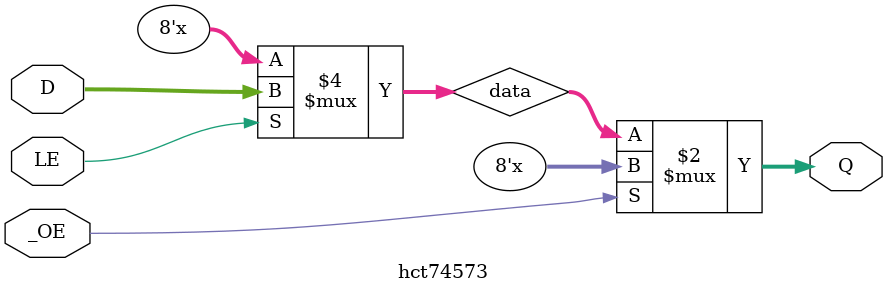
<source format=v>


`ifndef  V_74573
`define  V_74573
// verilator lint_off ASSIGNDLY
// verilator lint_off STMTDLY
// verilator lint_off UNOPTFLAT


/* octal d-type transparent latch.
 Same model as 74373 but with timings from HCT573
 
 LE = H is transparent
 _OE = H is Z
 
 Timings have are for 74HCT573
 https://assets.nexperia.com/documents/data-sheet/74HC_HCT573.pdf
 https://assets.nexperia.com/documents/data-sheet/74HC_HCT373.pdf
 */

`timescale 1ns/1ns
module hct74573 (
    input LE, // transparent when high 
    input _OE,
	input [7:0] D,
    output [7:0] Q
);
    parameter LOG=0;

    reg [7:0] data;
    
    specify
    (D => Q) = (17);
    (LE *> Q) = (15);
    (_OE *> Q) = (18);
    endspecify
    
    always @(D or LE)
        if (LE)
        begin 
            data = D;
        end
    
    assign Q = _OE ? 8'bz : data;

    if (LOG) always @* 
        $display("%09t ", $time, 
                " LE=%1b", LE,
                " _OE=%1b", _OE,
                " D=%8b", D,
                " Q=%8b", D,
                "%m");
        
    
endmodule: hct74573

`endif

</source>
